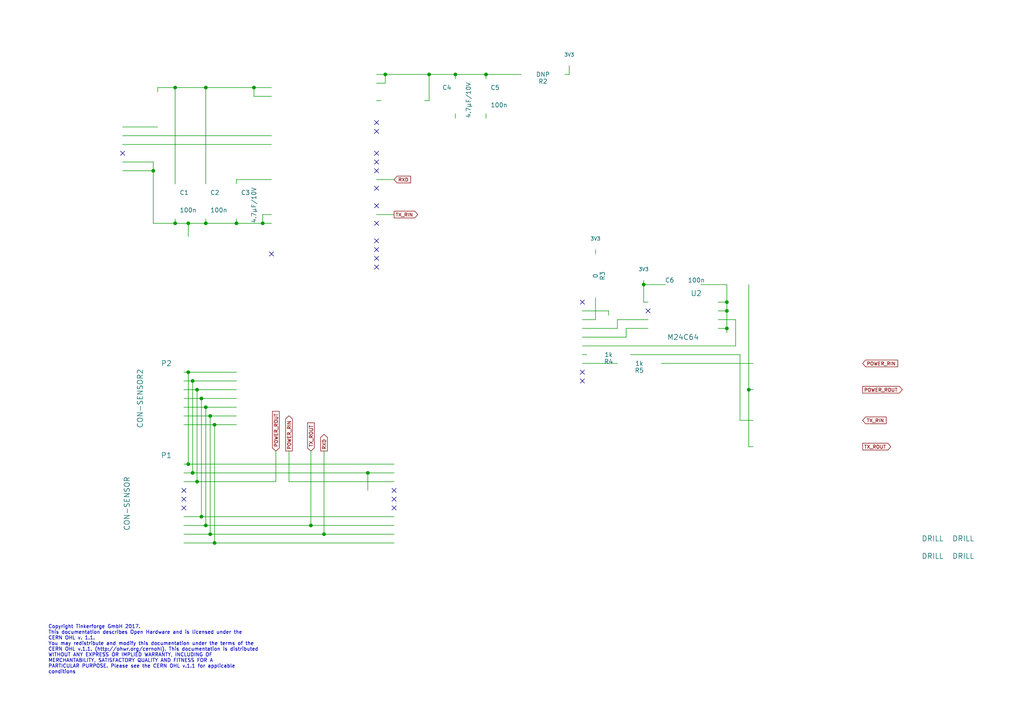
<source format=kicad_sch>
(kicad_sch (version 20230121) (generator eeschema)
  (paper "A4")
  (title_block (title "Flash Adapter XMC ") (date "2017-02-08") (rev "1.0") (company "Tinkerforge GmbH") (comment 1 "Licensed under CERN OHL v.1.1") (comment 2 "Copyright (©) 2017, L.Lauer"))
  (lib_symbols)
  (junction (at 73.66 25.4))
  (junction (at 93.98 154.94))
  (junction (at 54.61 64.77))
  (junction (at 62.23 123.19))
  (junction (at 55.88 110.49))
  (junction (at 57.15 139.7))
  (junction (at 50.8 64.77))
  (junction (at 58.42 149.86))
  (junction (at 62.23 157.48))
  (junction (at 57.15 113.03))
  (junction (at 60.96 120.65))
  (junction (at 55.88 137.16))
  (junction (at 50.8 25.4))
  (junction (at 58.42 115.57))
  (junction (at 59.69 118.11))
  (junction (at 60.96 154.94))
  (junction (at 124.46 21.59))
  (junction (at 54.61 134.62))
  (junction (at 76.2 64.77))
  (junction (at 210.82 87.63))
  (junction (at 132.08 21.59))
  (junction (at 111.76 21.59))
  (junction (at 210.82 90.17))
  (junction (at 44.45 49.53))
  (junction (at 68.58 64.77))
  (junction (at 90.17 152.4))
  (junction (at 59.69 64.77))
  (junction (at 54.61 107.95))
  (junction (at 140.97 21.59))
  (junction (at 186.69 82.55))
  (junction (at 210.82 95.25))
  (junction (at 59.69 25.4))
  (junction (at 59.69 152.4))
  (junction (at 217.17 113.03))
  (junction (at 106.68 137.16))
  (no_connect (at 109.22 49.53))
  (no_connect (at 109.22 38.1))
  (no_connect (at 78.74 73.66))
  (no_connect (at 109.22 72.39))
  (no_connect (at 168.91 110.49))
  (no_connect (at 109.22 54.61))
  (no_connect (at 109.22 64.77))
  (no_connect (at 168.91 107.95))
  (no_connect (at 35.56 44.45))
  (no_connect (at 53.34 142.24))
  (no_connect (at 114.3 142.24))
  (no_connect (at 109.22 44.45))
  (no_connect (at 109.22 74.93))
  (no_connect (at 187.96 90.17))
  (no_connect (at 114.3 147.32))
  (no_connect (at 114.3 144.78))
  (no_connect (at 109.22 35.56))
  (no_connect (at 109.22 46.99))
  (no_connect (at 53.34 147.32))
  (no_connect (at 109.22 59.69))
  (no_connect (at 53.34 144.78))
  (no_connect (at 168.91 87.63))
  (no_connect (at 109.22 77.47))
  (no_connect (at 109.22 69.85))
  (wire (pts (xy 132.08 22.86) (xy 132.08 21.59)))
  (wire (pts (xy 53.34 115.57) (xy 58.42 115.57)))
  (wire (pts (xy 210.82 90.17) (xy 210.82 95.25)))
  (wire (pts (xy 53.34 152.4) (xy 59.69 152.4)))
  (wire (pts (xy 168.91 90.17) (xy 176.53 90.17)))
  (wire (pts (xy 186.69 81.28) (xy 186.69 82.55)))
  (wire (pts (xy 59.69 152.4) (xy 59.69 118.11)))
  (wire (pts (xy 53.34 110.49) (xy 55.88 110.49)))
  (wire (pts (xy 111.76 24.13) (xy 111.76 21.59)))
  (wire (pts (xy 214.63 121.92) (xy 218.44 121.92)))
  (wire (pts (xy 109.22 24.13) (xy 111.76 24.13)))
  (wire (pts (xy 186.69 82.55) (xy 193.04 82.55)))
  (wire (pts (xy 53.34 120.65) (xy 60.96 120.65)))
  (wire (pts (xy 124.46 29.21) (xy 124.46 21.59)))
  (wire (pts (xy 213.36 92.71) (xy 213.36 100.33)))
  (wire (pts (xy 45.72 25.4) (xy 45.72 26.67)))
  (wire (pts (xy 93.98 154.94) (xy 93.98 130.81)))
  (wire (pts (xy 58.42 149.86) (xy 114.3 149.86)))
  (wire (pts (xy 106.68 137.16) (xy 114.3 137.16)))
  (wire (pts (xy 58.42 115.57) (xy 58.42 149.86)))
  (wire (pts (xy 123.19 29.21) (xy 124.46 29.21)))
  (wire (pts (xy 208.28 92.71) (xy 213.36 92.71)))
  (wire (pts (xy 68.58 52.07) (xy 78.74 52.07)))
  (wire (pts (xy 55.88 137.16) (xy 106.68 137.16)))
  (wire (pts (xy 53.34 123.19) (xy 62.23 123.19)))
  (wire (pts (xy 54.61 107.95) (xy 54.61 134.62)))
  (wire (pts (xy 54.61 64.77) (xy 54.61 68.58)))
  (wire (pts (xy 210.82 95.25) (xy 210.82 96.52)))
  (wire (pts (xy 59.69 53.34) (xy 59.69 25.4)))
  (wire (pts (xy 53.34 154.94) (xy 60.96 154.94)))
  (wire (pts (xy 109.22 21.59) (xy 111.76 21.59)))
  (wire (pts (xy 176.53 90.17) (xy 176.53 91.44)))
  (wire (pts (xy 60.96 154.94) (xy 93.98 154.94)))
  (wire (pts (xy 35.56 49.53) (xy 44.45 49.53)))
  (wire (pts (xy 78.74 27.94) (xy 73.66 27.94)))
  (wire (pts (xy 172.72 73.66) (xy 172.72 72.39)))
  (wire (pts (xy 217.17 113.03) (xy 217.17 129.54)))
  (wire (pts (xy 186.69 82.55) (xy 186.69 87.63)))
  (wire (pts (xy 83.82 130.81) (xy 83.82 139.7)))
  (wire (pts (xy 208.28 90.17) (xy 210.82 90.17)))
  (wire (pts (xy 109.22 52.07) (xy 114.3 52.07)))
  (wire (pts (xy 57.15 139.7) (xy 80.01 139.7)))
  (wire (pts (xy 186.69 87.63) (xy 187.96 87.63)))
  (wire (pts (xy 44.45 49.53) (xy 44.45 64.77)))
  (wire (pts (xy 179.07 95.25) (xy 179.07 92.71)))
  (wire (pts (xy 208.28 87.63) (xy 210.82 87.63)))
  (wire (pts (xy 218.44 113.03) (xy 217.17 113.03)))
  (wire (pts (xy 179.07 92.71) (xy 187.96 92.71)))
  (wire (pts (xy 35.56 41.91) (xy 78.74 41.91)))
  (wire (pts (xy 53.34 139.7) (xy 57.15 139.7)))
  (wire (pts (xy 76.2 64.77) (xy 78.74 64.77)))
  (wire (pts (xy 45.72 25.4) (xy 50.8 25.4)))
  (wire (pts (xy 191.77 105.41) (xy 218.44 105.41)))
  (wire (pts (xy 50.8 53.34) (xy 50.8 25.4)))
  (wire (pts (xy 182.88 102.87) (xy 214.63 102.87)))
  (wire (pts (xy 163.83 21.59) (xy 165.1 21.59)))
  (wire (pts (xy 59.69 64.77) (xy 68.58 64.77)))
  (wire (pts (xy 57.15 113.03) (xy 68.58 113.03)))
  (wire (pts (xy 53.34 107.95) (xy 54.61 107.95)))
  (wire (pts (xy 54.61 134.62) (xy 114.3 134.62)))
  (wire (pts (xy 53.34 137.16) (xy 55.88 137.16)))
  (wire (pts (xy 106.68 137.16) (xy 106.68 142.24)))
  (wire (pts (xy 50.8 25.4) (xy 59.69 25.4)))
  (wire (pts (xy 168.91 97.79) (xy 181.61 97.79)))
  (wire (pts (xy 132.08 21.59) (xy 140.97 21.59)))
  (wire (pts (xy 132.08 33.02) (xy 132.08 34.29)))
  (wire (pts (xy 53.34 157.48) (xy 62.23 157.48)))
  (wire (pts (xy 59.69 64.77) (xy 59.69 63.5)))
  (wire (pts (xy 73.66 27.94) (xy 73.66 25.4)))
  (wire (pts (xy 109.22 29.21) (xy 110.49 29.21)))
  (wire (pts (xy 58.42 115.57) (xy 68.58 115.57)))
  (wire (pts (xy 62.23 123.19) (xy 68.58 123.19)))
  (wire (pts (xy 68.58 64.77) (xy 68.58 63.5)))
  (wire (pts (xy 35.56 36.83) (xy 45.72 36.83)))
  (wire (pts (xy 78.74 39.37) (xy 35.56 39.37)))
  (wire (pts (xy 44.45 46.99) (xy 44.45 49.53)))
  (wire (pts (xy 57.15 139.7) (xy 57.15 113.03)))
  (wire (pts (xy 210.82 82.55) (xy 210.82 87.63)))
  (wire (pts (xy 181.61 95.25) (xy 187.96 95.25)))
  (wire (pts (xy 124.46 21.59) (xy 132.08 21.59)))
  (wire (pts (xy 168.91 105.41) (xy 179.07 105.41)))
  (wire (pts (xy 54.61 64.77) (xy 59.69 64.77)))
  (wire (pts (xy 168.91 92.71) (xy 172.72 92.71)))
  (wire (pts (xy 210.82 87.63) (xy 210.82 90.17)))
  (wire (pts (xy 76.2 64.77) (xy 76.2 62.23)))
  (wire (pts (xy 59.69 118.11) (xy 68.58 118.11)))
  (wire (pts (xy 59.69 152.4) (xy 90.17 152.4)))
  (wire (pts (xy 50.8 64.77) (xy 50.8 63.5)))
  (wire (pts (xy 214.63 102.87) (xy 214.63 121.92)))
  (wire (pts (xy 217.17 129.54) (xy 218.44 129.54)))
  (wire (pts (xy 217.17 82.55) (xy 217.17 113.03)))
  (wire (pts (xy 76.2 62.23) (xy 78.74 62.23)))
  (wire (pts (xy 53.34 118.11) (xy 59.69 118.11)))
  (wire (pts (xy 90.17 152.4) (xy 114.3 152.4)))
  (wire (pts (xy 181.61 97.79) (xy 181.61 95.25)))
  (wire (pts (xy 55.88 110.49) (xy 68.58 110.49)))
  (wire (pts (xy 140.97 22.86) (xy 140.97 21.59)))
  (wire (pts (xy 60.96 154.94) (xy 60.96 120.65)))
  (wire (pts (xy 80.01 139.7) (xy 80.01 130.81)))
  (wire (pts (xy 53.34 134.62) (xy 54.61 134.62)))
  (wire (pts (xy 168.91 100.33) (xy 213.36 100.33)))
  (wire (pts (xy 73.66 25.4) (xy 78.74 25.4)))
  (wire (pts (xy 54.61 107.95) (xy 68.58 107.95)))
  (wire (pts (xy 59.69 25.4) (xy 73.66 25.4)))
  (wire (pts (xy 83.82 139.7) (xy 114.3 139.7)))
  (wire (pts (xy 62.23 157.48) (xy 62.23 123.19)))
  (wire (pts (xy 53.34 149.86) (xy 58.42 149.86)))
  (wire (pts (xy 165.1 21.59) (xy 165.1 19.05)))
  (wire (pts (xy 172.72 92.71) (xy 172.72 86.36)))
  (wire (pts (xy 35.56 46.99) (xy 44.45 46.99)))
  (wire (pts (xy 109.22 62.23) (xy 114.3 62.23)))
  (wire (pts (xy 53.34 113.03) (xy 57.15 113.03)))
  (wire (pts (xy 68.58 64.77) (xy 76.2 64.77)))
  (wire (pts (xy 50.8 64.77) (xy 54.61 64.77)))
  (wire (pts (xy 93.98 154.94) (xy 114.3 154.94)))
  (wire (pts (xy 60.96 120.65) (xy 68.58 120.65)))
  (wire (pts (xy 203.2 82.55) (xy 210.82 82.55)))
  (wire (pts (xy 111.76 21.59) (xy 124.46 21.59)))
  (wire (pts (xy 62.23 157.48) (xy 114.3 157.48)))
  (wire (pts (xy 208.28 95.25) (xy 210.82 95.25)))
  (wire (pts (xy 140.97 33.02) (xy 140.97 34.29)))
  (wire (pts (xy 168.91 102.87) (xy 170.18 102.87)))
  (wire (pts (xy 55.88 110.49) (xy 55.88 137.16)))
  (wire (pts (xy 68.58 53.34) (xy 68.58 52.07)))
  (wire (pts (xy 90.17 152.4) (xy 90.17 130.81)))
  (wire (pts (xy 168.91 95.25) (xy 179.07 95.25)))
  (wire (pts (xy 44.45 64.77) (xy 50.8 64.77)))
  (wire (pts (xy 140.97 21.59) (xy 151.13 21.59)))
  (text "Copyright Tinkerforge GmbH 2017.\nThis documentation describes Open Hardware and is licensed under the\nCERN OHL v. 1.1.\nYou may redistribute and modify this documentation under the terms of the\nCERN OHL v.1.1. (http://ohwr.org/cernohl). This documentation is distributed\nWITHOUT ANY EXPRESS OR IMPLIED WARRANTY, INCLUDING OF\nMERCHANTABILITY, SATISFACTORY QUALITY AND FITNESS FOR A\nPARTICULAR PURPOSE. Please see the CERN OHL v.1.1 for applicable\nconditions\n" (at 13.97 195.58 0) (effects (font (size 1.016 1.016)) (justify left bottom)))
  (global_label "TX_ROUT" (shape output) (at 250.19 129.54 0) (effects (font (size 0.9906 0.9906))) (property "Intersheetrefs" "${INTERSHEET_REFS}" (effects hide)))
  (global_label "TX_RIN" (shape input) (at 250.19 121.92 0) (effects (font (size 0.9906 0.9906))) (property "Intersheetrefs" "${INTERSHEET_REFS}" (effects hide)))
  (global_label "TX_RIN" (shape output) (at 114.3 62.23 0) (effects (font (size 0.9906 0.9906))) (property "Intersheetrefs" "${INTERSHEET_REFS}" (effects hide)))
  (global_label "POWER_ROUT" (shape input) (at 80.01 130.81 90) (effects (font (size 0.9906 0.9906))) (property "Intersheetrefs" "${INTERSHEET_REFS}" (effects hide)))
  (global_label "RXD" (shape output) (at 93.98 130.81 90) (effects (font (size 0.9906 0.9906))) (property "Intersheetrefs" "${INTERSHEET_REFS}" (effects hide)))
  (global_label "RXD" (shape input) (at 114.3 52.07 0) (effects (font (size 0.9906 0.9906))) (property "Intersheetrefs" "${INTERSHEET_REFS}" (effects hide)))
  (global_label "POWER_RIN" (shape input) (at 250.19 105.41 0) (effects (font (size 0.9906 0.9906))) (property "Intersheetrefs" "${INTERSHEET_REFS}" (effects hide)))
  (global_label "TX_ROUT" (shape input) (at 90.17 130.81 90) (effects (font (size 0.9906 0.9906))) (property "Intersheetrefs" "${INTERSHEET_REFS}" (effects hide)))
  (global_label "POWER_ROUT" (shape output) (at 250.19 113.03 0) (effects (font (size 0.9906 0.9906))) (property "Intersheetrefs" "${INTERSHEET_REFS}" (effects hide)))
  (global_label "POWER_RIN" (shape output) (at 83.82 130.81 90) (effects (font (size 0.9906 0.9906))) (property "Intersheetrefs" "${INTERSHEET_REFS}" (effects hide)))
  (symbol (lib_id "DRILL") (at 279.4 156.21 0) (unit 1)
    (property "Reference" "U7" (effects hide))
    (property "Value" "DRILL" (at 279.4 156.21 0) (effects (font (size 1.524 1.524))))
    (property "Footprint" "kicad-libraries:DRILL_NP" (effects hide))
  )
  (symbol (lib_id "DRILL") (at 279.4 161.29 0) (unit 1)
    (property "Reference" "U8" (effects hide))
    (property "Value" "DRILL" (at 279.4 161.29 0) (effects (font (size 1.524 1.524))))
    (property "Footprint" "kicad-libraries:DRILL_NP" (effects hide))
  )
  (symbol (lib_id "DRILL") (at 270.51 161.29 0) (unit 1)
    (property "Reference" "U6" (effects hide))
    (property "Value" "DRILL" (at 270.51 161.29 0) (effects (font (size 1.524 1.524))))
    (property "Footprint" "kicad-libraries:DRILL_NP" (effects hide))
  )
  (symbol (lib_id "DRILL") (at 270.51 156.21 0) (unit 1)
    (property "Reference" "U5" (effects hide))
    (property "Value" "DRILL" (at 270.51 156.21 0) (effects (font (size 1.524 1.524))))
    (property "Footprint" "kicad-libraries:DRILL_NP" (effects hide))
  )
  (symbol (lib_id "CP2104") (at 93.98 49.53 0) (unit 1)
    (property "Reference" "U1" (at 83.82 17.78 0) (effects (font (size 1.524 1.524))))
    (property "Value" "CP2104" (at 93.98 81.28 0) (effects (font (size 1.524 1.524))))
    (property "Footprint" "kicad-libraries:QFN-24-4x4-EP" (effects hide))
  )
  (symbol (lib_id "R") (at 116.84 29.21 270) (unit 1)
    (property "Reference" "R1" (at 116.84 31.242 90))
    (property "Value" "4k7" (at 116.84 29.21 90))
    (property "Footprint" "kicad-libraries:R0603F" (effects hide))
  )
  (symbol (lib_id "C") (at 132.08 27.94 0) (unit 1)
    (property "Reference" "C4" (at 128.27 25.4 0) (effects (justify left)))
    (property "Value" "4.7µF/10V" (at 135.89 34.29 90) (effects (justify left)))
    (property "Footprint" "kicad-libraries:C0805" (effects hide))
  )
  (symbol (lib_id "C") (at 140.97 27.94 0) (unit 1)
    (property "Reference" "C5" (at 142.24 25.4 0) (effects (justify left)))
    (property "Value" "100n" (at 142.24 30.48 0) (effects (justify left)))
    (property "Footprint" "kicad-libraries:C0603F" (effects hide))
  )
  (symbol (lib_id "3V3") (at 165.1 19.05 0) (unit 1)
    (property "Reference" "#PWR01" (effects hide))
    (property "Value" "3V3" (at 165.1 15.875 0) (effects (font (size 1.016 1.016))))
  )
  (symbol (lib_id "GND") (at 132.08 34.29 0) (unit 1)
    (property "Reference" "#PWR02" (effects hide))
    (property "Value" "GND" (effects hide))
  )
  (symbol (lib_id "GND") (at 140.97 34.29 0) (unit 1)
    (property "Reference" "#PWR03" (effects hide))
    (property "Value" "GND" (effects hide))
  )
  (symbol (lib_id "C") (at 68.58 58.42 0) (unit 1)
    (property "Reference" "C3" (at 69.85 55.88 0) (effects (justify left)))
    (property "Value" "4.7µF/10V" (at 73.66 64.77 90) (effects (justify left)))
    (property "Footprint" "kicad-libraries:C0805" (effects hide))
  )
  (symbol (lib_id "C") (at 59.69 58.42 0) (unit 1)
    (property "Reference" "C2" (at 60.96 55.88 0) (effects (justify left)))
    (property "Value" "100n" (at 60.96 60.96 0) (effects (justify left)))
    (property "Footprint" "kicad-libraries:C0603F" (effects hide))
  )
  (symbol (lib_id "C") (at 50.8 58.42 0) (unit 1)
    (property "Reference" "C1" (at 52.07 55.88 0) (effects (justify left)))
    (property "Value" "100n" (at 52.07 60.96 0) (effects (justify left)))
    (property "Footprint" "kicad-libraries:C0603F" (effects hide))
  )
  (symbol (lib_id "GND") (at 54.61 68.58 0) (unit 1)
    (property "Reference" "#PWR04" (effects hide))
    (property "Value" "GND" (effects hide))
  )
  (symbol (lib_id "DIODESCH") (at 45.72 31.75 90) (unit 1)
    (property "Reference" "D1" (at 43.18 31.75 0) (effects (font (size 1.016 1.016))))
    (property "Value" "B0520LW" (at 48.26 31.75 0) (effects (font (size 1.016 1.016))))
    (property "Footprint" "kicad-libraries:SOD-123" (effects hide))
  )
  (symbol (lib_id "USB-MINI-B-SMD") (at 19.05 43.18 0) (mirror y) (unit 1)
    (property "Reference" "J1" (at 26.67 33.02 0) (effects (font (size 1.524 1.524))))
    (property "Value" "USB-MINI-B-SMD" (at 22.86 53.34 0) (effects (font (size 1.524 1.524))))
    (property "Footprint" "kicad-libraries:USB-MINI-B-SMD" (effects hide))
  )
  (symbol (lib_id "CON-SENSOR") (at 41.91 146.05 0) (mirror y) (unit 1)
    (property "Reference" "P1" (at 48.26 132.08 0) (effects (font (size 1.524 1.524))))
    (property "Value" "CON-SENSOR" (at 36.83 146.05 90) (effects (font (size 1.524 1.524))))
    (property "Footprint" "kicad-libraries:CON-SENSOR" (effects hide))
  )
  (symbol (lib_id "CON-SENSOR2") (at 44.45 115.57 0) (mirror y) (unit 1)
    (property "Reference" "P2" (at 48.26 105.41 0) (effects (font (size 1.524 1.524))))
    (property "Value" "CON-SENSOR2" (at 40.64 115.57 90) (effects (font (size 1.524 1.524))))
    (property "Footprint" "kicad-libraries:CON-SENSOR2" (effects hide))
  )
  (symbol (lib_id "CON-SENSOR") (at 157.48 99.06 0) (mirror y) (unit 1)
    (property "Reference" "P5" (at 163.83 85.09 0) (effects (font (size 1.524 1.524))))
    (property "Value" "CON-SENSOR" (at 152.4 99.06 90) (effects (font (size 1.524 1.524))))
    (property "Footprint" "kicad-libraries:CON-SENSOR" (effects hide))
  )
  (symbol (lib_id "CAT24C") (at 198.12 97.79 0) (mirror y) (unit 1)
    (property "Reference" "U2" (at 201.93 85.09 0) (effects (font (size 1.524 1.524))))
    (property "Value" "M24C64" (at 198.12 97.79 0) (effects (font (size 1.524 1.524))))
    (property "Footprint" "kicad-libraries:SOIC8" (effects hide))
  )
  (symbol (lib_id "GND") (at 210.82 96.52 0) (unit 1)
    (property "Reference" "#PWR05" (effects hide))
    (property "Value" "GND" (effects hide))
  )
  (symbol (lib_id "GND") (at 176.53 91.44 0) (unit 1)
    (property "Reference" "#PWR06" (effects hide))
    (property "Value" "GND" (effects hide))
  )
  (symbol (lib_id "3V3") (at 172.72 72.39 0) (unit 1)
    (property "Reference" "#PWR07" (effects hide))
    (property "Value" "3V3" (at 172.72 69.215 0) (effects (font (size 1.016 1.016))))
  )
  (symbol (lib_id "3V3") (at 186.69 81.28 0) (unit 1)
    (property "Reference" "#PWR08" (effects hide))
    (property "Value" "3V3" (at 186.69 78.105 0) (effects (font (size 1.016 1.016))))
  )
  (symbol (lib_id "C") (at 198.12 82.55 90) (unit 1)
    (property "Reference" "C6" (at 195.58 81.28 90) (effects (justify left)))
    (property "Value" "100n" (at 204.47 81.28 90) (effects (justify left)))
    (property "Footprint" "kicad-libraries:C0603F" (effects hide))
  )
  (symbol (lib_id "R") (at 176.53 102.87 270) (unit 1)
    (property "Reference" "R4" (at 176.53 104.902 90))
    (property "Value" "1k" (at 176.53 102.87 90))
    (property "Footprint" "kicad-libraries:R0603F" (effects hide))
  )
  (symbol (lib_id "R") (at 185.42 105.41 270) (unit 1)
    (property "Reference" "R5" (at 185.42 107.442 90))
    (property "Value" "1k" (at 185.42 105.41 90))
    (property "Footprint" "kicad-libraries:R0603F" (effects hide))
  )
  (symbol (lib_id "OPTO-TRANSISTOR_MOSFET") (at 234.95 109.22 0) (mirror x) (unit 1)
    (property "Reference" "U3" (at 240.03 115.57 0) (effects (font (size 1.524 1.524))))
    (property "Value" "CPC1020N" (at 234.95 102.87 0) (effects (font (size 1.524 1.524))))
    (property "Footprint" "kicad-libraries:SOP4-WIDE" (effects hide))
  )
  (symbol (lib_id "OPTO-TRANSISTOR_MOSFET") (at 234.95 125.73 0) (mirror x) (unit 1)
    (property "Reference" "U4" (at 240.03 132.08 0) (effects (font (size 1.524 1.524))))
    (property "Value" "CPC1020N" (at 234.95 119.38 0) (effects (font (size 1.524 1.524))))
    (property "Footprint" "kicad-libraries:SOP4-WIDE" (effects hide))
  )
  (symbol (lib_id "3V3") (at 217.17 82.55 0) (unit 1)
    (property "Reference" "#PWR09" (effects hide))
    (property "Value" "3V3" (at 217.17 79.375 0) (effects (font (size 1.016 1.016))))
  )
  (symbol (lib_id "CON-SENSOR") (at 125.73 146.05 0) (unit 1)
    (property "Reference" "P4" (at 119.38 132.08 0) (effects (font (size 1.524 1.524))))
    (property "Value" "CON-SENSOR" (at 130.81 146.05 90) (effects (font (size 1.524 1.524))))
    (property "Footprint" "kicad-libraries:CON-SENSOR" (effects hide))
  )
  (symbol (lib_id "GND") (at 157.48 114.3 0) (unit 1)
    (property "Reference" "#PWR010" (effects hide))
    (property "Value" "GND" (effects hide))
  )
  (symbol (lib_id "GND") (at 41.91 161.29 0) (unit 1)
    (property "Reference" "#PWR011" (effects hide))
    (property "Value" "GND" (effects hide))
  )
  (symbol (lib_id "GND") (at 44.45 127 0) (unit 1)
    (property "Reference" "#PWR012" (effects hide))
    (property "Value" "GND" (effects hide))
  )
  (symbol (lib_id "GND") (at 125.73 161.29 0) (unit 1)
    (property "Reference" "#PWR013" (effects hide))
    (property "Value" "GND" (effects hide))
  )
  (symbol (lib_id "GND") (at 106.68 142.24 0) (unit 1)
    (property "Reference" "#PWR014" (effects hide))
    (property "Value" "GND" (effects hide))
  )
  (symbol (lib_id "R") (at 157.48 21.59 270) (unit 1)
    (property "Reference" "R2" (at 157.48 23.622 90))
    (property "Value" "DNP" (at 157.48 21.59 90))
    (property "Footprint" "kicad-libraries:R0603F" (effects hide))
  )
  (symbol (lib_id "R") (at 172.72 80.01 0) (unit 1)
    (property "Reference" "R3" (at 174.752 80.01 90))
    (property "Value" "0" (at 172.72 80.01 90))
    (property "Footprint" "kicad-libraries:R0603F" (effects hide))
  )
  (symbol (lib_id "CONN_01X07") (at 73.66 115.57 0) (unit 1)
    (property "Reference" "P3" (at 73.66 105.41 0))
    (property "Value" "CONN_01X07" (at 76.2 115.57 90))
    (property "Footprint" "kicad-libraries:PIN_ARRAY-7X1" (effects hide))
  )
)
</source>
